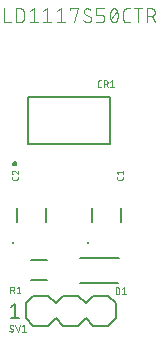
<source format=gbr>
G04 EAGLE Gerber RS-274X export*
G75*
%MOMM*%
%FSLAX34Y34*%
%LPD*%
%INSilkscreen Top*%
%IPPOS*%
%AMOC8*
5,1,8,0,0,1.08239X$1,22.5*%
G01*
%ADD10C,0.127000*%
%ADD11C,0.100000*%
%ADD12C,0.050800*%
%ADD13C,0.152400*%
%ADD14C,0.025400*%
%ADD15C,0.076200*%


D10*
X76400Y101950D02*
X76400Y113950D01*
X101400Y113950D02*
X101400Y101950D01*
D11*
X72400Y84450D02*
X72402Y84494D01*
X72408Y84538D01*
X72418Y84581D01*
X72431Y84623D01*
X72448Y84664D01*
X72469Y84703D01*
X72493Y84740D01*
X72520Y84775D01*
X72550Y84807D01*
X72583Y84837D01*
X72619Y84863D01*
X72656Y84887D01*
X72696Y84906D01*
X72737Y84923D01*
X72780Y84935D01*
X72823Y84944D01*
X72867Y84949D01*
X72911Y84950D01*
X72955Y84947D01*
X72999Y84940D01*
X73042Y84929D01*
X73084Y84915D01*
X73124Y84897D01*
X73163Y84875D01*
X73199Y84851D01*
X73233Y84823D01*
X73265Y84792D01*
X73294Y84758D01*
X73320Y84722D01*
X73342Y84684D01*
X73361Y84644D01*
X73376Y84602D01*
X73388Y84560D01*
X73396Y84516D01*
X73400Y84472D01*
X73400Y84428D01*
X73396Y84384D01*
X73388Y84340D01*
X73376Y84298D01*
X73361Y84256D01*
X73342Y84216D01*
X73320Y84178D01*
X73294Y84142D01*
X73265Y84108D01*
X73233Y84077D01*
X73199Y84049D01*
X73163Y84025D01*
X73124Y84003D01*
X73084Y83985D01*
X73042Y83971D01*
X72999Y83960D01*
X72955Y83953D01*
X72911Y83950D01*
X72867Y83951D01*
X72823Y83956D01*
X72780Y83965D01*
X72737Y83977D01*
X72696Y83994D01*
X72656Y84013D01*
X72619Y84037D01*
X72583Y84063D01*
X72550Y84093D01*
X72520Y84125D01*
X72493Y84160D01*
X72469Y84197D01*
X72448Y84236D01*
X72431Y84277D01*
X72418Y84319D01*
X72408Y84362D01*
X72402Y84406D01*
X72400Y84450D01*
D12*
X102896Y139056D02*
X102896Y140298D01*
X102896Y139056D02*
X102894Y138986D01*
X102888Y138917D01*
X102878Y138848D01*
X102865Y138780D01*
X102847Y138712D01*
X102826Y138646D01*
X102801Y138581D01*
X102773Y138517D01*
X102741Y138455D01*
X102706Y138395D01*
X102667Y138337D01*
X102625Y138282D01*
X102580Y138228D01*
X102532Y138178D01*
X102482Y138130D01*
X102428Y138085D01*
X102373Y138043D01*
X102315Y138004D01*
X102255Y137969D01*
X102193Y137937D01*
X102129Y137909D01*
X102064Y137884D01*
X101998Y137863D01*
X101930Y137845D01*
X101862Y137832D01*
X101793Y137822D01*
X101724Y137816D01*
X101654Y137814D01*
X98550Y137814D01*
X98480Y137816D01*
X98411Y137822D01*
X98342Y137832D01*
X98274Y137845D01*
X98206Y137863D01*
X98140Y137884D01*
X98075Y137909D01*
X98011Y137937D01*
X97949Y137969D01*
X97889Y138004D01*
X97831Y138043D01*
X97776Y138085D01*
X97722Y138130D01*
X97672Y138178D01*
X97624Y138228D01*
X97579Y138282D01*
X97537Y138337D01*
X97498Y138395D01*
X97463Y138455D01*
X97431Y138517D01*
X97403Y138581D01*
X97378Y138646D01*
X97357Y138712D01*
X97339Y138780D01*
X97326Y138848D01*
X97316Y138917D01*
X97310Y138986D01*
X97308Y139056D01*
X97308Y140298D01*
X98550Y142402D02*
X97308Y143954D01*
X102896Y143954D01*
X102896Y142402D02*
X102896Y145507D01*
D10*
X12900Y113950D02*
X12900Y101950D01*
X37900Y101950D02*
X37900Y113950D01*
D11*
X8900Y84450D02*
X8902Y84494D01*
X8908Y84538D01*
X8918Y84581D01*
X8931Y84623D01*
X8948Y84664D01*
X8969Y84703D01*
X8993Y84740D01*
X9020Y84775D01*
X9050Y84807D01*
X9083Y84837D01*
X9119Y84863D01*
X9156Y84887D01*
X9196Y84906D01*
X9237Y84923D01*
X9280Y84935D01*
X9323Y84944D01*
X9367Y84949D01*
X9411Y84950D01*
X9455Y84947D01*
X9499Y84940D01*
X9542Y84929D01*
X9584Y84915D01*
X9624Y84897D01*
X9663Y84875D01*
X9699Y84851D01*
X9733Y84823D01*
X9765Y84792D01*
X9794Y84758D01*
X9820Y84722D01*
X9842Y84684D01*
X9861Y84644D01*
X9876Y84602D01*
X9888Y84560D01*
X9896Y84516D01*
X9900Y84472D01*
X9900Y84428D01*
X9896Y84384D01*
X9888Y84340D01*
X9876Y84298D01*
X9861Y84256D01*
X9842Y84216D01*
X9820Y84178D01*
X9794Y84142D01*
X9765Y84108D01*
X9733Y84077D01*
X9699Y84049D01*
X9663Y84025D01*
X9624Y84003D01*
X9584Y83985D01*
X9542Y83971D01*
X9499Y83960D01*
X9455Y83953D01*
X9411Y83950D01*
X9367Y83951D01*
X9323Y83956D01*
X9280Y83965D01*
X9237Y83977D01*
X9196Y83994D01*
X9156Y84013D01*
X9119Y84037D01*
X9083Y84063D01*
X9050Y84093D01*
X9020Y84125D01*
X8993Y84160D01*
X8969Y84197D01*
X8948Y84236D01*
X8931Y84277D01*
X8918Y84319D01*
X8908Y84362D01*
X8902Y84406D01*
X8900Y84450D01*
D12*
X13996Y139056D02*
X13996Y140298D01*
X13996Y139056D02*
X13994Y138986D01*
X13988Y138917D01*
X13978Y138848D01*
X13965Y138780D01*
X13947Y138712D01*
X13926Y138646D01*
X13901Y138581D01*
X13873Y138517D01*
X13841Y138455D01*
X13806Y138395D01*
X13767Y138337D01*
X13725Y138282D01*
X13680Y138228D01*
X13632Y138178D01*
X13582Y138130D01*
X13528Y138085D01*
X13473Y138043D01*
X13415Y138004D01*
X13355Y137969D01*
X13293Y137937D01*
X13229Y137909D01*
X13164Y137884D01*
X13098Y137863D01*
X13030Y137845D01*
X12962Y137832D01*
X12893Y137822D01*
X12824Y137816D01*
X12754Y137814D01*
X9650Y137814D01*
X9580Y137816D01*
X9511Y137822D01*
X9442Y137832D01*
X9374Y137845D01*
X9306Y137863D01*
X9240Y137884D01*
X9175Y137909D01*
X9111Y137937D01*
X9049Y137969D01*
X8989Y138004D01*
X8931Y138043D01*
X8876Y138085D01*
X8822Y138130D01*
X8772Y138178D01*
X8724Y138228D01*
X8679Y138282D01*
X8637Y138337D01*
X8598Y138395D01*
X8563Y138455D01*
X8531Y138517D01*
X8503Y138581D01*
X8478Y138646D01*
X8457Y138712D01*
X8439Y138780D01*
X8426Y138848D01*
X8416Y138917D01*
X8410Y138986D01*
X8408Y139056D01*
X8408Y140298D01*
X8408Y144110D02*
X8410Y144183D01*
X8416Y144256D01*
X8425Y144329D01*
X8439Y144400D01*
X8456Y144472D01*
X8476Y144542D01*
X8501Y144611D01*
X8529Y144678D01*
X8560Y144744D01*
X8595Y144809D01*
X8633Y144871D01*
X8675Y144931D01*
X8719Y144989D01*
X8767Y145045D01*
X8817Y145098D01*
X8870Y145148D01*
X8926Y145196D01*
X8984Y145240D01*
X9044Y145282D01*
X9107Y145320D01*
X9171Y145355D01*
X9237Y145386D01*
X9304Y145414D01*
X9373Y145439D01*
X9443Y145459D01*
X9515Y145476D01*
X9586Y145490D01*
X9659Y145499D01*
X9732Y145505D01*
X9805Y145507D01*
X8408Y144110D02*
X8410Y144026D01*
X8416Y143943D01*
X8425Y143860D01*
X8439Y143777D01*
X8456Y143696D01*
X8478Y143615D01*
X8503Y143535D01*
X8531Y143457D01*
X8563Y143379D01*
X8599Y143304D01*
X8638Y143230D01*
X8681Y143158D01*
X8727Y143088D01*
X8776Y143021D01*
X8829Y142955D01*
X8884Y142893D01*
X8942Y142833D01*
X9003Y142775D01*
X9066Y142721D01*
X9132Y142669D01*
X9200Y142621D01*
X9271Y142576D01*
X9343Y142534D01*
X9418Y142496D01*
X9494Y142461D01*
X9571Y142430D01*
X9650Y142402D01*
X10891Y145040D02*
X10838Y145094D01*
X10781Y145145D01*
X10722Y145193D01*
X10661Y145238D01*
X10598Y145279D01*
X10532Y145318D01*
X10465Y145353D01*
X10396Y145385D01*
X10325Y145413D01*
X10254Y145437D01*
X10181Y145458D01*
X10107Y145475D01*
X10032Y145489D01*
X9957Y145498D01*
X9881Y145504D01*
X9805Y145506D01*
X10892Y145041D02*
X13996Y142402D01*
X13996Y145507D01*
D13*
X22352Y168148D02*
X91948Y168148D01*
X91948Y207772D01*
X22352Y207772D01*
X22352Y168148D01*
X12192Y151384D02*
X12190Y151314D01*
X12184Y151244D01*
X12175Y151175D01*
X12161Y151106D01*
X12144Y151038D01*
X12123Y150972D01*
X12099Y150906D01*
X12071Y150842D01*
X12039Y150780D01*
X12004Y150719D01*
X11966Y150660D01*
X11924Y150604D01*
X11880Y150550D01*
X11832Y150498D01*
X11782Y150450D01*
X11729Y150404D01*
X11674Y150361D01*
X11617Y150321D01*
X11557Y150284D01*
X11495Y150251D01*
X11432Y150221D01*
X11367Y150195D01*
X11301Y150172D01*
X11234Y150153D01*
X11165Y150138D01*
X11096Y150126D01*
X11027Y150118D01*
X10957Y150114D01*
X10887Y150114D01*
X10817Y150118D01*
X10748Y150126D01*
X10679Y150138D01*
X10610Y150153D01*
X10543Y150172D01*
X10477Y150195D01*
X10412Y150221D01*
X10349Y150251D01*
X10287Y150284D01*
X10227Y150321D01*
X10170Y150361D01*
X10115Y150404D01*
X10062Y150450D01*
X10012Y150498D01*
X9964Y150550D01*
X9920Y150604D01*
X9878Y150660D01*
X9840Y150719D01*
X9805Y150780D01*
X9773Y150842D01*
X9745Y150906D01*
X9721Y150972D01*
X9700Y151038D01*
X9683Y151106D01*
X9669Y151175D01*
X9660Y151244D01*
X9654Y151314D01*
X9652Y151384D01*
X9654Y151454D01*
X9660Y151524D01*
X9669Y151593D01*
X9683Y151662D01*
X9700Y151730D01*
X9721Y151796D01*
X9745Y151862D01*
X9773Y151926D01*
X9805Y151988D01*
X9840Y152049D01*
X9878Y152108D01*
X9920Y152164D01*
X9964Y152218D01*
X10012Y152270D01*
X10062Y152318D01*
X10115Y152364D01*
X10170Y152407D01*
X10227Y152447D01*
X10287Y152484D01*
X10349Y152517D01*
X10412Y152547D01*
X10477Y152573D01*
X10543Y152596D01*
X10610Y152615D01*
X10679Y152630D01*
X10748Y152642D01*
X10817Y152650D01*
X10887Y152654D01*
X10957Y152654D01*
X11027Y152650D01*
X11096Y152642D01*
X11165Y152630D01*
X11234Y152615D01*
X11301Y152596D01*
X11367Y152573D01*
X11432Y152547D01*
X11495Y152517D01*
X11557Y152484D01*
X11617Y152447D01*
X11674Y152407D01*
X11729Y152364D01*
X11782Y152318D01*
X11832Y152270D01*
X11880Y152218D01*
X11924Y152164D01*
X11966Y152108D01*
X12004Y152049D01*
X12039Y151988D01*
X12071Y151926D01*
X12099Y151862D01*
X12123Y151796D01*
X12144Y151730D01*
X12161Y151662D01*
X12175Y151593D01*
X12184Y151524D01*
X12190Y151454D01*
X12192Y151384D01*
D14*
X82959Y216027D02*
X84257Y216027D01*
X82959Y216027D02*
X82889Y216029D01*
X82819Y216035D01*
X82749Y216044D01*
X82680Y216057D01*
X82612Y216074D01*
X82545Y216095D01*
X82479Y216119D01*
X82414Y216147D01*
X82351Y216178D01*
X82290Y216213D01*
X82231Y216251D01*
X82173Y216292D01*
X82119Y216336D01*
X82066Y216383D01*
X82017Y216432D01*
X81970Y216485D01*
X81926Y216539D01*
X81885Y216597D01*
X81847Y216656D01*
X81812Y216717D01*
X81781Y216780D01*
X81753Y216845D01*
X81729Y216911D01*
X81708Y216978D01*
X81691Y217046D01*
X81678Y217115D01*
X81669Y217185D01*
X81663Y217255D01*
X81661Y217325D01*
X81661Y220571D01*
X81663Y220641D01*
X81669Y220711D01*
X81678Y220781D01*
X81691Y220850D01*
X81708Y220918D01*
X81729Y220985D01*
X81753Y221051D01*
X81781Y221116D01*
X81812Y221179D01*
X81847Y221240D01*
X81885Y221299D01*
X81926Y221357D01*
X81970Y221411D01*
X82017Y221464D01*
X82066Y221513D01*
X82119Y221560D01*
X82173Y221604D01*
X82231Y221645D01*
X82290Y221683D01*
X82351Y221718D01*
X82414Y221749D01*
X82479Y221777D01*
X82545Y221801D01*
X82612Y221822D01*
X82680Y221839D01*
X82749Y221852D01*
X82819Y221861D01*
X82889Y221867D01*
X82959Y221869D01*
X84257Y221869D01*
X86455Y221869D02*
X86455Y216027D01*
X86455Y221869D02*
X88078Y221869D01*
X88158Y221867D01*
X88237Y221861D01*
X88316Y221851D01*
X88395Y221838D01*
X88472Y221820D01*
X88549Y221799D01*
X88625Y221774D01*
X88699Y221745D01*
X88772Y221713D01*
X88843Y221677D01*
X88912Y221638D01*
X88980Y221595D01*
X89045Y221550D01*
X89108Y221501D01*
X89168Y221449D01*
X89226Y221394D01*
X89281Y221336D01*
X89333Y221276D01*
X89382Y221213D01*
X89427Y221148D01*
X89470Y221080D01*
X89509Y221011D01*
X89545Y220940D01*
X89577Y220867D01*
X89606Y220793D01*
X89631Y220717D01*
X89652Y220640D01*
X89670Y220563D01*
X89683Y220484D01*
X89693Y220405D01*
X89699Y220326D01*
X89701Y220246D01*
X89699Y220166D01*
X89693Y220087D01*
X89683Y220008D01*
X89670Y219929D01*
X89652Y219852D01*
X89631Y219775D01*
X89606Y219699D01*
X89577Y219625D01*
X89545Y219552D01*
X89509Y219481D01*
X89470Y219412D01*
X89427Y219344D01*
X89382Y219279D01*
X89333Y219216D01*
X89281Y219156D01*
X89226Y219098D01*
X89168Y219043D01*
X89108Y218991D01*
X89045Y218942D01*
X88980Y218897D01*
X88912Y218854D01*
X88843Y218815D01*
X88772Y218779D01*
X88699Y218747D01*
X88625Y218718D01*
X88549Y218693D01*
X88472Y218672D01*
X88395Y218654D01*
X88316Y218641D01*
X88237Y218631D01*
X88158Y218625D01*
X88078Y218623D01*
X86455Y218623D01*
X88402Y218623D02*
X89700Y216027D01*
X91914Y220571D02*
X93537Y221869D01*
X93537Y216027D01*
X91914Y216027D02*
X95160Y216027D01*
D15*
X2159Y270891D02*
X2159Y282829D01*
X2159Y270891D02*
X7465Y270891D01*
X12045Y270891D02*
X12045Y282829D01*
X15361Y282829D01*
X15474Y282827D01*
X15587Y282821D01*
X15700Y282812D01*
X15813Y282798D01*
X15924Y282781D01*
X16036Y282760D01*
X16146Y282735D01*
X16256Y282706D01*
X16364Y282674D01*
X16471Y282638D01*
X16577Y282598D01*
X16682Y282554D01*
X16785Y282508D01*
X16887Y282457D01*
X16986Y282403D01*
X17084Y282346D01*
X17180Y282286D01*
X17273Y282222D01*
X17365Y282155D01*
X17454Y282085D01*
X17540Y282012D01*
X17624Y281936D01*
X17706Y281858D01*
X17784Y281776D01*
X17860Y281692D01*
X17933Y281606D01*
X18003Y281517D01*
X18070Y281425D01*
X18134Y281332D01*
X18194Y281236D01*
X18251Y281138D01*
X18305Y281039D01*
X18356Y280937D01*
X18402Y280834D01*
X18446Y280729D01*
X18486Y280623D01*
X18522Y280516D01*
X18554Y280408D01*
X18583Y280298D01*
X18608Y280188D01*
X18629Y280076D01*
X18646Y279965D01*
X18660Y279852D01*
X18669Y279739D01*
X18675Y279626D01*
X18677Y279513D01*
X18677Y274207D01*
X18675Y274094D01*
X18669Y273981D01*
X18660Y273868D01*
X18646Y273755D01*
X18629Y273644D01*
X18608Y273532D01*
X18583Y273422D01*
X18554Y273312D01*
X18522Y273204D01*
X18486Y273097D01*
X18446Y272991D01*
X18402Y272886D01*
X18356Y272783D01*
X18305Y272681D01*
X18251Y272582D01*
X18194Y272484D01*
X18134Y272388D01*
X18070Y272295D01*
X18003Y272203D01*
X17933Y272114D01*
X17860Y272028D01*
X17784Y271944D01*
X17706Y271862D01*
X17624Y271784D01*
X17540Y271708D01*
X17454Y271635D01*
X17365Y271565D01*
X17273Y271498D01*
X17180Y271434D01*
X17084Y271374D01*
X16986Y271317D01*
X16887Y271263D01*
X16785Y271212D01*
X16682Y271166D01*
X16577Y271122D01*
X16471Y271082D01*
X16364Y271046D01*
X16256Y271014D01*
X16146Y270985D01*
X16036Y270960D01*
X15924Y270939D01*
X15813Y270922D01*
X15700Y270908D01*
X15587Y270899D01*
X15474Y270893D01*
X15361Y270891D01*
X12045Y270891D01*
X23856Y280176D02*
X27172Y282829D01*
X27172Y270891D01*
X23856Y270891D02*
X30488Y270891D01*
X35286Y280176D02*
X38602Y282829D01*
X38602Y270891D01*
X35286Y270891D02*
X41918Y270891D01*
X46716Y280176D02*
X50032Y282829D01*
X50032Y270891D01*
X46716Y270891D02*
X53348Y270891D01*
X58146Y281503D02*
X58146Y282829D01*
X64778Y282829D01*
X61462Y270891D01*
X73174Y270891D02*
X73276Y270893D01*
X73377Y270899D01*
X73478Y270909D01*
X73579Y270922D01*
X73679Y270940D01*
X73778Y270961D01*
X73877Y270986D01*
X73974Y271015D01*
X74071Y271047D01*
X74166Y271083D01*
X74259Y271123D01*
X74351Y271166D01*
X74441Y271213D01*
X74530Y271264D01*
X74616Y271317D01*
X74700Y271374D01*
X74782Y271434D01*
X74862Y271497D01*
X74939Y271563D01*
X75014Y271632D01*
X75086Y271704D01*
X75155Y271779D01*
X75221Y271856D01*
X75284Y271936D01*
X75344Y272018D01*
X75401Y272102D01*
X75454Y272188D01*
X75505Y272277D01*
X75552Y272367D01*
X75595Y272459D01*
X75635Y272552D01*
X75671Y272647D01*
X75703Y272744D01*
X75732Y272841D01*
X75757Y272940D01*
X75778Y273039D01*
X75796Y273139D01*
X75809Y273240D01*
X75819Y273341D01*
X75825Y273442D01*
X75827Y273544D01*
X73174Y270891D02*
X73027Y270893D01*
X72879Y270899D01*
X72732Y270908D01*
X72585Y270922D01*
X72439Y270939D01*
X72293Y270961D01*
X72147Y270986D01*
X72003Y271015D01*
X71859Y271047D01*
X71716Y271084D01*
X71574Y271124D01*
X71433Y271168D01*
X71294Y271216D01*
X71156Y271267D01*
X71019Y271322D01*
X70883Y271381D01*
X70749Y271443D01*
X70617Y271508D01*
X70487Y271577D01*
X70358Y271650D01*
X70232Y271725D01*
X70107Y271804D01*
X69985Y271887D01*
X69865Y271972D01*
X69747Y272061D01*
X69632Y272153D01*
X69518Y272247D01*
X69408Y272345D01*
X69300Y272446D01*
X69195Y272549D01*
X69527Y280176D02*
X69529Y280278D01*
X69535Y280379D01*
X69545Y280480D01*
X69558Y280581D01*
X69576Y280681D01*
X69597Y280780D01*
X69622Y280879D01*
X69651Y280976D01*
X69683Y281073D01*
X69719Y281168D01*
X69759Y281261D01*
X69802Y281353D01*
X69849Y281443D01*
X69900Y281532D01*
X69953Y281618D01*
X70010Y281702D01*
X70070Y281784D01*
X70133Y281864D01*
X70199Y281941D01*
X70268Y282016D01*
X70340Y282088D01*
X70415Y282157D01*
X70492Y282223D01*
X70572Y282286D01*
X70654Y282346D01*
X70738Y282403D01*
X70824Y282456D01*
X70913Y282507D01*
X71003Y282554D01*
X71095Y282597D01*
X71188Y282637D01*
X71283Y282673D01*
X71380Y282705D01*
X71477Y282734D01*
X71576Y282759D01*
X71675Y282780D01*
X71775Y282798D01*
X71876Y282811D01*
X71977Y282821D01*
X72078Y282827D01*
X72180Y282829D01*
X72179Y282829D02*
X72318Y282827D01*
X72457Y282821D01*
X72596Y282811D01*
X72735Y282798D01*
X72873Y282780D01*
X73010Y282759D01*
X73147Y282734D01*
X73283Y282705D01*
X73418Y282672D01*
X73553Y282636D01*
X73686Y282595D01*
X73818Y282551D01*
X73949Y282504D01*
X74078Y282452D01*
X74206Y282397D01*
X74332Y282339D01*
X74457Y282277D01*
X74579Y282211D01*
X74700Y282143D01*
X74819Y282070D01*
X74936Y281995D01*
X75051Y281916D01*
X75163Y281834D01*
X70853Y277855D02*
X70768Y277907D01*
X70685Y277963D01*
X70604Y278021D01*
X70525Y278083D01*
X70449Y278147D01*
X70375Y278214D01*
X70303Y278284D01*
X70235Y278356D01*
X70168Y278431D01*
X70105Y278508D01*
X70045Y278588D01*
X69987Y278670D01*
X69933Y278754D01*
X69882Y278839D01*
X69834Y278927D01*
X69789Y279016D01*
X69748Y279107D01*
X69710Y279200D01*
X69676Y279294D01*
X69645Y279388D01*
X69617Y279485D01*
X69593Y279582D01*
X69573Y279679D01*
X69557Y279778D01*
X69544Y279877D01*
X69534Y279976D01*
X69529Y280076D01*
X69527Y280176D01*
X74501Y275865D02*
X74586Y275813D01*
X74669Y275757D01*
X74750Y275699D01*
X74829Y275637D01*
X74905Y275573D01*
X74979Y275506D01*
X75051Y275436D01*
X75119Y275364D01*
X75186Y275289D01*
X75249Y275212D01*
X75309Y275132D01*
X75367Y275050D01*
X75421Y274966D01*
X75472Y274881D01*
X75520Y274793D01*
X75565Y274704D01*
X75606Y274613D01*
X75644Y274520D01*
X75678Y274427D01*
X75709Y274332D01*
X75737Y274235D01*
X75761Y274138D01*
X75781Y274041D01*
X75797Y273942D01*
X75810Y273843D01*
X75820Y273744D01*
X75825Y273644D01*
X75827Y273544D01*
X74501Y275865D02*
X70853Y277855D01*
X80244Y270891D02*
X84223Y270891D01*
X84325Y270893D01*
X84426Y270899D01*
X84527Y270909D01*
X84628Y270922D01*
X84728Y270940D01*
X84827Y270961D01*
X84926Y270986D01*
X85023Y271015D01*
X85120Y271047D01*
X85215Y271083D01*
X85308Y271123D01*
X85400Y271166D01*
X85490Y271213D01*
X85579Y271264D01*
X85665Y271317D01*
X85749Y271374D01*
X85831Y271434D01*
X85911Y271497D01*
X85988Y271563D01*
X86063Y271632D01*
X86135Y271704D01*
X86204Y271779D01*
X86270Y271856D01*
X86333Y271936D01*
X86393Y272018D01*
X86450Y272102D01*
X86503Y272188D01*
X86554Y272277D01*
X86601Y272367D01*
X86644Y272459D01*
X86684Y272552D01*
X86720Y272647D01*
X86752Y272744D01*
X86781Y272841D01*
X86806Y272939D01*
X86827Y273039D01*
X86845Y273139D01*
X86858Y273240D01*
X86868Y273341D01*
X86874Y273442D01*
X86876Y273544D01*
X86876Y274870D01*
X86874Y274972D01*
X86868Y275073D01*
X86858Y275174D01*
X86845Y275275D01*
X86827Y275375D01*
X86806Y275474D01*
X86781Y275573D01*
X86752Y275670D01*
X86720Y275767D01*
X86684Y275862D01*
X86644Y275955D01*
X86601Y276047D01*
X86554Y276137D01*
X86503Y276226D01*
X86450Y276312D01*
X86393Y276396D01*
X86333Y276478D01*
X86270Y276558D01*
X86204Y276635D01*
X86135Y276710D01*
X86063Y276782D01*
X85988Y276851D01*
X85911Y276917D01*
X85831Y276980D01*
X85749Y277040D01*
X85665Y277097D01*
X85579Y277150D01*
X85490Y277201D01*
X85400Y277248D01*
X85308Y277291D01*
X85215Y277331D01*
X85120Y277367D01*
X85023Y277399D01*
X84926Y277428D01*
X84827Y277453D01*
X84728Y277474D01*
X84628Y277492D01*
X84527Y277505D01*
X84426Y277515D01*
X84325Y277521D01*
X84223Y277523D01*
X80244Y277523D01*
X80244Y282829D01*
X86876Y282829D01*
X92669Y281171D02*
X92568Y280959D01*
X92473Y280744D01*
X92383Y280527D01*
X92298Y280308D01*
X92218Y280087D01*
X92144Y279864D01*
X92075Y279640D01*
X92011Y279414D01*
X91953Y279186D01*
X91900Y278958D01*
X91853Y278728D01*
X91811Y278496D01*
X91775Y278264D01*
X91744Y278032D01*
X91719Y277798D01*
X91699Y277564D01*
X91685Y277330D01*
X91677Y277095D01*
X91674Y276860D01*
X92669Y281171D02*
X92702Y281263D01*
X92740Y281354D01*
X92781Y281443D01*
X92825Y281531D01*
X92873Y281616D01*
X92924Y281700D01*
X92979Y281782D01*
X93037Y281861D01*
X93098Y281938D01*
X93162Y282012D01*
X93229Y282084D01*
X93299Y282153D01*
X93371Y282219D01*
X93446Y282283D01*
X93524Y282343D01*
X93604Y282400D01*
X93686Y282454D01*
X93770Y282504D01*
X93856Y282551D01*
X93944Y282595D01*
X94034Y282635D01*
X94125Y282672D01*
X94218Y282704D01*
X94312Y282733D01*
X94406Y282759D01*
X94502Y282780D01*
X94599Y282798D01*
X94696Y282811D01*
X94794Y282821D01*
X94892Y282827D01*
X94990Y282829D01*
X95088Y282827D01*
X95186Y282821D01*
X95284Y282811D01*
X95381Y282798D01*
X95478Y282780D01*
X95574Y282759D01*
X95668Y282733D01*
X95762Y282704D01*
X95855Y282672D01*
X95946Y282635D01*
X96036Y282595D01*
X96124Y282551D01*
X96210Y282504D01*
X96294Y282454D01*
X96376Y282400D01*
X96456Y282343D01*
X96534Y282283D01*
X96609Y282219D01*
X96681Y282153D01*
X96751Y282084D01*
X96818Y282012D01*
X96882Y281938D01*
X96943Y281861D01*
X97001Y281782D01*
X97056Y281700D01*
X97107Y281616D01*
X97155Y281531D01*
X97199Y281443D01*
X97240Y281354D01*
X97278Y281263D01*
X97311Y281171D01*
X97312Y281171D02*
X97413Y280959D01*
X97508Y280744D01*
X97598Y280527D01*
X97683Y280308D01*
X97763Y280087D01*
X97837Y279865D01*
X97906Y279640D01*
X97970Y279414D01*
X98028Y279186D01*
X98081Y278958D01*
X98128Y278728D01*
X98170Y278496D01*
X98206Y278264D01*
X98237Y278032D01*
X98262Y277798D01*
X98282Y277564D01*
X98296Y277330D01*
X98304Y277095D01*
X98307Y276860D01*
X91674Y276860D02*
X91677Y276625D01*
X91685Y276390D01*
X91699Y276156D01*
X91719Y275922D01*
X91744Y275688D01*
X91775Y275456D01*
X91811Y275224D01*
X91853Y274993D01*
X91900Y274762D01*
X91953Y274534D01*
X92011Y274306D01*
X92075Y274080D01*
X92144Y273856D01*
X92218Y273633D01*
X92298Y273412D01*
X92383Y273193D01*
X92473Y272976D01*
X92568Y272761D01*
X92669Y272549D01*
X92702Y272457D01*
X92740Y272366D01*
X92781Y272277D01*
X92825Y272189D01*
X92873Y272104D01*
X92925Y272020D01*
X92979Y271938D01*
X93037Y271859D01*
X93098Y271782D01*
X93162Y271708D01*
X93229Y271636D01*
X93299Y271567D01*
X93371Y271501D01*
X93446Y271437D01*
X93524Y271377D01*
X93604Y271320D01*
X93686Y271266D01*
X93770Y271216D01*
X93856Y271169D01*
X93944Y271125D01*
X94034Y271085D01*
X94125Y271048D01*
X94218Y271016D01*
X94312Y270987D01*
X94406Y270961D01*
X94502Y270940D01*
X94599Y270922D01*
X94696Y270909D01*
X94794Y270899D01*
X94892Y270893D01*
X94990Y270891D01*
X97311Y272549D02*
X97412Y272761D01*
X97507Y272976D01*
X97597Y273193D01*
X97682Y273412D01*
X97762Y273633D01*
X97836Y273856D01*
X97905Y274080D01*
X97969Y274306D01*
X98027Y274534D01*
X98080Y274762D01*
X98127Y274992D01*
X98169Y275224D01*
X98205Y275456D01*
X98236Y275688D01*
X98261Y275922D01*
X98281Y276156D01*
X98295Y276390D01*
X98303Y276625D01*
X98306Y276860D01*
X97311Y272549D02*
X97278Y272457D01*
X97240Y272366D01*
X97199Y272277D01*
X97155Y272189D01*
X97107Y272104D01*
X97056Y272020D01*
X97001Y271938D01*
X96943Y271859D01*
X96882Y271782D01*
X96818Y271708D01*
X96751Y271636D01*
X96681Y271567D01*
X96609Y271501D01*
X96534Y271437D01*
X96456Y271377D01*
X96376Y271320D01*
X96294Y271266D01*
X96210Y271216D01*
X96124Y271169D01*
X96036Y271125D01*
X95946Y271085D01*
X95855Y271048D01*
X95762Y271016D01*
X95668Y270987D01*
X95574Y270961D01*
X95478Y270940D01*
X95381Y270922D01*
X95284Y270909D01*
X95186Y270899D01*
X95088Y270893D01*
X94990Y270891D01*
X92337Y273544D02*
X97643Y280176D01*
X105728Y270891D02*
X108381Y270891D01*
X105728Y270891D02*
X105626Y270893D01*
X105525Y270899D01*
X105424Y270909D01*
X105323Y270922D01*
X105223Y270940D01*
X105124Y270961D01*
X105025Y270986D01*
X104928Y271015D01*
X104831Y271047D01*
X104736Y271083D01*
X104643Y271123D01*
X104551Y271166D01*
X104461Y271213D01*
X104372Y271264D01*
X104286Y271317D01*
X104202Y271374D01*
X104120Y271434D01*
X104040Y271497D01*
X103963Y271563D01*
X103888Y271632D01*
X103816Y271704D01*
X103747Y271779D01*
X103681Y271856D01*
X103618Y271936D01*
X103558Y272018D01*
X103501Y272102D01*
X103448Y272188D01*
X103397Y272277D01*
X103350Y272367D01*
X103307Y272459D01*
X103267Y272552D01*
X103231Y272647D01*
X103199Y272744D01*
X103170Y272841D01*
X103145Y272940D01*
X103124Y273039D01*
X103106Y273139D01*
X103093Y273240D01*
X103083Y273341D01*
X103077Y273442D01*
X103075Y273544D01*
X103075Y280176D01*
X103077Y280278D01*
X103083Y280379D01*
X103093Y280480D01*
X103106Y280581D01*
X103124Y280681D01*
X103145Y280780D01*
X103170Y280879D01*
X103199Y280976D01*
X103231Y281073D01*
X103267Y281168D01*
X103307Y281261D01*
X103350Y281353D01*
X103397Y281443D01*
X103448Y281532D01*
X103501Y281618D01*
X103558Y281702D01*
X103618Y281784D01*
X103681Y281864D01*
X103747Y281941D01*
X103816Y282016D01*
X103888Y282088D01*
X103963Y282157D01*
X104040Y282223D01*
X104120Y282286D01*
X104202Y282346D01*
X104286Y282403D01*
X104372Y282456D01*
X104461Y282507D01*
X104551Y282554D01*
X104643Y282597D01*
X104736Y282637D01*
X104831Y282673D01*
X104928Y282705D01*
X105025Y282734D01*
X105123Y282759D01*
X105223Y282780D01*
X105323Y282798D01*
X105424Y282811D01*
X105525Y282821D01*
X105626Y282827D01*
X105728Y282829D01*
X108381Y282829D01*
X115183Y282829D02*
X115183Y270891D01*
X111867Y282829D02*
X118499Y282829D01*
X122980Y282829D02*
X122980Y270891D01*
X122980Y282829D02*
X126296Y282829D01*
X126410Y282827D01*
X126525Y282821D01*
X126639Y282811D01*
X126752Y282797D01*
X126866Y282780D01*
X126978Y282758D01*
X127090Y282733D01*
X127200Y282703D01*
X127310Y282670D01*
X127418Y282633D01*
X127525Y282593D01*
X127631Y282548D01*
X127735Y282501D01*
X127837Y282449D01*
X127937Y282394D01*
X128036Y282336D01*
X128132Y282274D01*
X128227Y282209D01*
X128318Y282141D01*
X128408Y282069D01*
X128495Y281995D01*
X128579Y281918D01*
X128661Y281837D01*
X128740Y281754D01*
X128816Y281669D01*
X128889Y281580D01*
X128958Y281490D01*
X129025Y281397D01*
X129088Y281301D01*
X129148Y281204D01*
X129205Y281104D01*
X129258Y281003D01*
X129308Y280900D01*
X129354Y280795D01*
X129397Y280689D01*
X129435Y280581D01*
X129470Y280472D01*
X129501Y280362D01*
X129529Y280251D01*
X129552Y280139D01*
X129572Y280026D01*
X129588Y279913D01*
X129600Y279799D01*
X129608Y279685D01*
X129612Y279570D01*
X129612Y279456D01*
X129608Y279341D01*
X129600Y279227D01*
X129588Y279113D01*
X129572Y279000D01*
X129552Y278887D01*
X129529Y278775D01*
X129501Y278664D01*
X129470Y278554D01*
X129435Y278445D01*
X129397Y278337D01*
X129354Y278231D01*
X129308Y278126D01*
X129258Y278023D01*
X129205Y277922D01*
X129148Y277822D01*
X129088Y277725D01*
X129025Y277629D01*
X128958Y277536D01*
X128889Y277446D01*
X128816Y277357D01*
X128740Y277272D01*
X128661Y277189D01*
X128579Y277108D01*
X128495Y277031D01*
X128408Y276957D01*
X128318Y276885D01*
X128227Y276817D01*
X128132Y276752D01*
X128036Y276690D01*
X127937Y276632D01*
X127837Y276577D01*
X127735Y276525D01*
X127631Y276478D01*
X127525Y276433D01*
X127418Y276393D01*
X127310Y276356D01*
X127200Y276323D01*
X127090Y276293D01*
X126978Y276268D01*
X126866Y276246D01*
X126752Y276229D01*
X126639Y276215D01*
X126525Y276205D01*
X126410Y276199D01*
X126296Y276197D01*
X122980Y276197D01*
X126960Y276197D02*
X129613Y270891D01*
D13*
X39370Y39370D02*
X26670Y39370D01*
X39370Y39370D02*
X45720Y33020D01*
X45720Y20320D02*
X39370Y13970D01*
X45720Y33020D02*
X52070Y39370D01*
X64770Y39370D01*
X71120Y33020D01*
X71120Y20320D02*
X64770Y13970D01*
X52070Y13970D01*
X45720Y20320D01*
X20320Y20320D02*
X20320Y33020D01*
X26670Y39370D01*
X20320Y20320D02*
X26670Y13970D01*
X39370Y13970D01*
X71120Y33020D02*
X77470Y39370D01*
X90170Y39370D01*
X96520Y33020D01*
X96520Y20320D02*
X90170Y13970D01*
X77470Y13970D01*
X71120Y20320D01*
X96520Y20320D02*
X96520Y33020D01*
D10*
X11430Y32385D02*
X8255Y29845D01*
X11430Y32385D02*
X11430Y20955D01*
X8255Y20955D02*
X14605Y20955D01*
D12*
X9709Y10386D02*
X9707Y10316D01*
X9701Y10247D01*
X9691Y10178D01*
X9678Y10110D01*
X9660Y10042D01*
X9639Y9976D01*
X9614Y9911D01*
X9586Y9847D01*
X9554Y9785D01*
X9519Y9725D01*
X9480Y9667D01*
X9438Y9612D01*
X9393Y9558D01*
X9345Y9508D01*
X9295Y9460D01*
X9241Y9415D01*
X9186Y9373D01*
X9128Y9334D01*
X9068Y9299D01*
X9006Y9267D01*
X8942Y9239D01*
X8877Y9214D01*
X8811Y9193D01*
X8743Y9175D01*
X8675Y9162D01*
X8606Y9152D01*
X8537Y9146D01*
X8467Y9144D01*
X8368Y9146D01*
X8270Y9151D01*
X8172Y9161D01*
X8074Y9174D01*
X7977Y9190D01*
X7880Y9210D01*
X7785Y9234D01*
X7690Y9262D01*
X7596Y9293D01*
X7504Y9327D01*
X7413Y9365D01*
X7323Y9406D01*
X7235Y9451D01*
X7149Y9499D01*
X7065Y9550D01*
X6983Y9604D01*
X6902Y9662D01*
X6824Y9722D01*
X6749Y9785D01*
X6675Y9851D01*
X6605Y9920D01*
X6759Y13490D02*
X6761Y13560D01*
X6767Y13629D01*
X6777Y13698D01*
X6790Y13766D01*
X6808Y13834D01*
X6829Y13900D01*
X6854Y13965D01*
X6882Y14029D01*
X6914Y14091D01*
X6949Y14151D01*
X6988Y14209D01*
X7030Y14264D01*
X7075Y14318D01*
X7123Y14368D01*
X7173Y14416D01*
X7227Y14461D01*
X7282Y14503D01*
X7340Y14542D01*
X7400Y14577D01*
X7462Y14609D01*
X7526Y14637D01*
X7591Y14662D01*
X7657Y14683D01*
X7725Y14701D01*
X7793Y14714D01*
X7862Y14724D01*
X7931Y14730D01*
X8001Y14732D01*
X8095Y14730D01*
X8188Y14724D01*
X8281Y14715D01*
X8374Y14702D01*
X8466Y14685D01*
X8557Y14665D01*
X8648Y14640D01*
X8737Y14613D01*
X8825Y14581D01*
X8912Y14546D01*
X8998Y14508D01*
X9081Y14466D01*
X9163Y14421D01*
X9244Y14373D01*
X9322Y14321D01*
X9398Y14266D01*
X7380Y12404D02*
X7321Y12440D01*
X7265Y12480D01*
X7211Y12523D01*
X7159Y12568D01*
X7110Y12617D01*
X7064Y12668D01*
X7021Y12721D01*
X6980Y12777D01*
X6943Y12835D01*
X6908Y12895D01*
X6878Y12956D01*
X6850Y13019D01*
X6826Y13084D01*
X6806Y13150D01*
X6789Y13217D01*
X6776Y13284D01*
X6767Y13352D01*
X6761Y13421D01*
X6759Y13490D01*
X9087Y11472D02*
X9146Y11436D01*
X9202Y11396D01*
X9256Y11353D01*
X9308Y11308D01*
X9357Y11259D01*
X9403Y11208D01*
X9446Y11155D01*
X9487Y11099D01*
X9524Y11041D01*
X9559Y10981D01*
X9589Y10920D01*
X9617Y10857D01*
X9641Y10792D01*
X9661Y10726D01*
X9678Y10659D01*
X9691Y10592D01*
X9700Y10524D01*
X9706Y10455D01*
X9708Y10386D01*
X9088Y11472D02*
X7380Y12404D01*
X11597Y14732D02*
X13460Y9144D01*
X15322Y14732D01*
X17394Y13490D02*
X18946Y14732D01*
X18946Y9144D01*
X17394Y9144D02*
X20498Y9144D01*
D10*
X66550Y50510D02*
X98550Y50510D01*
X99050Y71410D02*
X66050Y71410D01*
D12*
X96536Y46640D02*
X96536Y41052D01*
X96536Y46640D02*
X98088Y46640D01*
X98088Y46639D02*
X98164Y46637D01*
X98240Y46632D01*
X98316Y46622D01*
X98391Y46609D01*
X98465Y46592D01*
X98539Y46572D01*
X98611Y46548D01*
X98682Y46521D01*
X98752Y46490D01*
X98820Y46456D01*
X98886Y46418D01*
X98950Y46377D01*
X99013Y46334D01*
X99073Y46287D01*
X99130Y46237D01*
X99185Y46184D01*
X99238Y46129D01*
X99288Y46072D01*
X99335Y46012D01*
X99378Y45949D01*
X99419Y45885D01*
X99457Y45819D01*
X99491Y45751D01*
X99522Y45681D01*
X99549Y45610D01*
X99573Y45537D01*
X99593Y45464D01*
X99610Y45390D01*
X99623Y45315D01*
X99633Y45239D01*
X99638Y45163D01*
X99640Y45087D01*
X99641Y45087D02*
X99641Y42604D01*
X99640Y42604D02*
X99638Y42525D01*
X99632Y42447D01*
X99622Y42369D01*
X99608Y42292D01*
X99590Y42215D01*
X99569Y42139D01*
X99543Y42065D01*
X99514Y41992D01*
X99481Y41921D01*
X99445Y41851D01*
X99405Y41783D01*
X99362Y41717D01*
X99315Y41654D01*
X99266Y41593D01*
X99213Y41535D01*
X99157Y41479D01*
X99099Y41426D01*
X99038Y41377D01*
X98975Y41330D01*
X98909Y41287D01*
X98841Y41247D01*
X98772Y41211D01*
X98700Y41178D01*
X98627Y41149D01*
X98553Y41123D01*
X98477Y41102D01*
X98400Y41084D01*
X98323Y41070D01*
X98245Y41060D01*
X98167Y41054D01*
X98088Y41052D01*
X96536Y41052D01*
X102205Y45398D02*
X103758Y46640D01*
X103758Y41052D01*
X105310Y41052D02*
X102205Y41052D01*
D10*
X38450Y69460D02*
X25050Y69460D01*
X25050Y52460D02*
X38450Y52460D01*
D12*
X7364Y47052D02*
X7364Y41464D01*
X7364Y47052D02*
X8916Y47052D01*
X8993Y47050D01*
X9071Y47044D01*
X9147Y47035D01*
X9224Y47021D01*
X9299Y47004D01*
X9373Y46983D01*
X9447Y46958D01*
X9519Y46930D01*
X9589Y46898D01*
X9658Y46863D01*
X9725Y46824D01*
X9790Y46782D01*
X9853Y46737D01*
X9914Y46689D01*
X9972Y46638D01*
X10027Y46584D01*
X10080Y46527D01*
X10129Y46468D01*
X10176Y46406D01*
X10220Y46342D01*
X10260Y46276D01*
X10297Y46208D01*
X10331Y46138D01*
X10361Y46067D01*
X10387Y45994D01*
X10410Y45920D01*
X10429Y45845D01*
X10444Y45770D01*
X10456Y45693D01*
X10464Y45616D01*
X10468Y45539D01*
X10468Y45461D01*
X10464Y45384D01*
X10456Y45307D01*
X10444Y45230D01*
X10429Y45155D01*
X10410Y45080D01*
X10387Y45006D01*
X10361Y44933D01*
X10331Y44862D01*
X10297Y44792D01*
X10260Y44724D01*
X10220Y44658D01*
X10176Y44594D01*
X10129Y44532D01*
X10080Y44473D01*
X10027Y44416D01*
X9972Y44362D01*
X9914Y44311D01*
X9853Y44263D01*
X9790Y44218D01*
X9725Y44176D01*
X9658Y44137D01*
X9589Y44102D01*
X9519Y44070D01*
X9447Y44042D01*
X9373Y44017D01*
X9299Y43996D01*
X9224Y43979D01*
X9147Y43965D01*
X9071Y43956D01*
X8993Y43950D01*
X8916Y43948D01*
X7364Y43948D01*
X9227Y43948D02*
X10468Y41464D01*
X12814Y45810D02*
X14367Y47052D01*
X14367Y41464D01*
X15919Y41464D02*
X12814Y41464D01*
M02*

</source>
